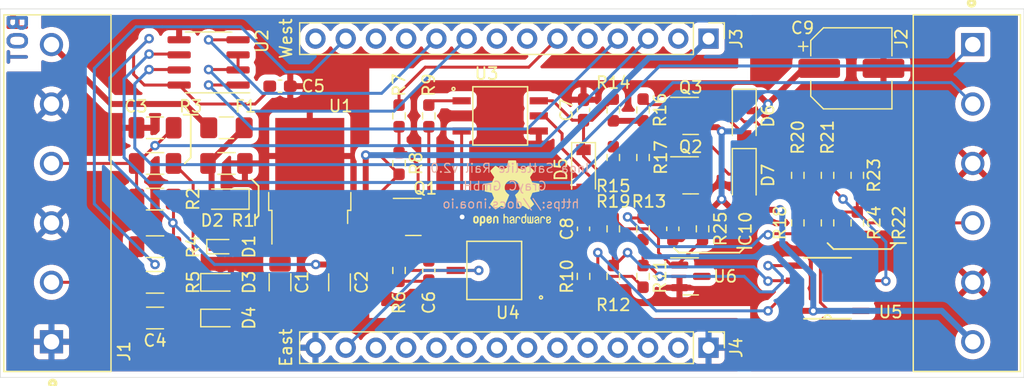
<source format=kicad_pcb>
(kicad_pcb (version 20211014) (generator pcbnew)
  (layers (0 "F.Cu" signal) (31 "B.Cu" signal) (34 "B.Paste" user) (35 "F.Paste" user) (36 "B.SilkS" user "B.Silkscreen") (37 "F.SilkS" user "F.Silkscreen") (38 "B.Mask" user) (39 "F.Mask" user) (44 "Edge.Cuts" user))
  (net 0 "")
  (net 1 "Net-(C1-Pad1)")
  (net 2 "GND")
  (net 3 "S0_0")
  (net 4 "S0_1")
  (net 5 "+3V3")
  (net 6 "Net-(D1-Pad1)")
  (net 7 "Net-(D3-Pad1)")
  (net 8 "Net-(D4-Pad1)")
  (net 9 "VCC")
  (net 12 "RS485_RX")
  (net 14 "MBus_RX")
  (net 17 "RS485_TXE")
  (net 18 "RS485_TX")
  (net 32 "MBus_TX")
  (net 33 "M-Bus-2")
  (net 34 "Net-(C7-Pad1)")
  (net 35 "Net-(D6-Pad2)")
  (net 36 "Net-(C8-Pad1)")
  (net 37 "VBUS+")
  (net 38 "RS485_B")
  (net 39 "RS485_A")
  (net 40 "M-Bus-1")
  (net 41 "Net-(Q1-Pad1)")
  (net 42 "Net-(Q1-Pad3)")
  (net 43 "Net-(Q2-Pad1)")
  (net 44 "Net-(Q2-Pad3)")
  (net 45 "Net-(R9-Pad2)")
  (net 46 "Net-(R10-Pad1)")
  (net 47 "Net-(R10-Pad2)")
  (net 48 "Net-(R11-Pad1)")
  (net 49 "Net-(R12-Pad1)")
  (net 50 "Net-(R13-Pad1)")
  (net 51 "Net-(Q3-Pad1)")
  (net 52 "Net-(R18-Pad1)")
  (net 53 "Net-(R20-Pad2)")
  (net 54 "Net-(D7-Pad2)")
  (footprint "Package_TO_SOT_SMD:SOT-23" (layer "F.Cu") (at 164 113.5)
    (fp_text reference "U6")
    (fp_text value "LM4040DIM3-5.0/NOPB")
  )
  (footprint "inoa:SOIC127P700X230-5N" (layer "F.Cu") (at 148 100)
    (fp_text reference "U3")
    (fp_text value "VOM452T")
  )
  (footprint "Diode_SMD:D_SOD-123" (layer "F.Cu") (at 168.5 105 -90)
    (fp_text reference "D7")
    (fp_text value "BZT52C2V7-7-F")
  )
  (footprint "Resistor_SMD:R_0603_1608Metric_Pad0.98x0.95mm_HandSolder" (layer "F.Cu") (at 178 109 -90)
    (fp_text reference "R24")
    (fp_text value "100k")
  )
  (footprint "Resistor_SMD:R_0603_1608Metric_Pad0.98x0.95mm_HandSolder" (layer "F.Cu") (at 165 109.5 90)
    (fp_text reference "R25")
    (fp_text value "20k")
  )
  (footprint "Capacitor_SMD:C_0603_1608Metric_Pad1.08x0.95mm_HandSolder" (layer "F.Cu") (at 129.5 97.5)
    (fp_text reference "C5")
    (fp_text value "100nF")
  )
  (footprint "Diode_SMD:D_0603_1608Metric_Pad1.05x0.95mm_HandSolder" (layer "F.Cu") (at 124.5 117)
    (fp_text reference "D4")
    (fp_text value "D_TVS")
  )
  (footprint "Capacitor_SMD:C_0603_1608Metric_Pad1.08x0.95mm_HandSolder" (layer "F.Cu") (at 155 109.5 -90)
    (fp_text reference "C8")
    (fp_text value "0u1")
  )
  (footprint "Symbol:OSHW-Logo2_7.3x6mm_SilkScreen" (layer "F.Cu") (at 149 106.5)
    (fp_text reference "G1" hide)
    (fp_text value "Logo_Open_Hardware_Small" hide)
  )
  (footprint "Capacitor_SMD:C_1206_3216Metric_Pad1.33x1.80mm_HandSolder" (layer "F.Cu") (at 129.5 114 -90)
    (fp_text reference "C1")
    (fp_text value "100nF")
  )
  (footprint "Resistor_SMD:R_1206_3216Metric_Pad1.30x1.75mm_HandSolder" (layer "F.Cu") (at 125 104)
    (fp_text reference "R1")
    (fp_text value "10k")
  )
  (footprint "Diode_SMD:D_SOD-323_HandSoldering" (layer "F.Cu") (at 125 107 180)
    (fp_text reference "D2")
    (fp_text value "1N5819")
  )
  (footprint "Resistor_SMD:R_0603_1608Metric_Pad0.98x0.95mm_HandSolder" (layer "F.Cu") (at 160 109.5 -90)
    (fp_text reference "R13")
    (fp_text value "1k")
  )
  (footprint "Resistor_SMD:R_1206_3216Metric_Pad1.30x1.75mm_HandSolder" (layer "F.Cu") (at 119 114 180)
    (fp_text reference "R5")
    (fp_text value "220R")
  )
  (footprint "Resistor_SMD:R_0603_1608Metric_Pad0.98x0.95mm_HandSolder" (layer "F.Cu") (at 157.5 113.5 -90)
    (fp_text reference "R12")
    (fp_text value "180k")
  )
  (footprint "Diode_SMD:D_SOD-523" (layer "F.Cu") (at 124.5 111)
    (fp_text reference "D1")
    (fp_text value "25V")
  )
  (footprint "Resistor_SMD:R_0603_1608Metric_Pad0.98x0.95mm_HandSolder" (layer "F.Cu") (at 157.5 99.5 -90)
    (fp_text reference "R14")
    (fp_text value "10k")
  )
  (footprint "Resistor_SMD:R_0603_1608Metric_Pad0.98x0.95mm_HandSolder" (layer "F.Cu") (at 139.5 100 -90)
    (fp_text reference "R7")
    (fp_text value "10k")
  )
  (footprint "Resistor_SMD:R_1206_3216Metric_Pad1.30x1.75mm_HandSolder" (layer "F.Cu") (at 119 104 180)
    (fp_text reference "R3")
    (fp_text value "220R")
  )
  (footprint "Package_SO:SOIC-8_3.9x4.9mm_P1.27mm" (layer "F.Cu") (at 123.5 95.5 180)
    (fp_text reference "U2")
    (fp_text value "MAX3486")
  )
  (footprint "Resistor_SMD:R_0603_1608Metric_Pad0.98x0.95mm_HandSolder" (layer "F.Cu") (at 157.5 109.5 90)
    (fp_text reference "R19")
    (fp_text value "1k")
  )
  (footprint "Resistor_SMD:R_0603_1608Metric_Pad0.98x0.95mm_HandSolder" (layer "F.Cu") (at 178 105 90)
    (fp_text reference "R23")
    (fp_text value "100R")
  )
  (footprint "Resistor_SMD:R_1206_3216Metric_Pad1.30x1.75mm_HandSolder" (layer "F.Cu") (at 119 107)
    (fp_text reference "R2")
    (fp_text value "10k")
  )
  (footprint "Connector_PinHeader_2.54mm:PinHeader_1x14_P2.54mm_Vertical" (layer "F.Cu") (at 165.5 119.5 -90)
    (fp_text reference "J4")
    (fp_text value "East")
  )
  (footprint "Package_TO_SOT_SMD:SOT-23" (layer "F.Cu") (at 164 100)
    (fp_text reference "Q3")
    (fp_text value "FDN5618P")
  )
  (footprint "Resistor_SMD:R_0603_1608Metric_Pad0.98x0.95mm_HandSolder" (layer "F.Cu") (at 160 99.5 -90)
    (fp_text reference "R16")
    (fp_text value "4k7")
  )
  (footprint "Capacitor_SMD:C_0603_1608Metric_Pad1.08x0.95mm_HandSolder" (layer "F.Cu") (at 162.5 109.5 90)
    (fp_text reference "C10")
    (fp_text value "0u1")
  )
  (footprint "Resistor_SMD:R_0603_1608Metric_Pad0.98x0.95mm_HandSolder" (layer "F.Cu") (at 139.5 113 -90)
    (fp_text reference "R6")
    (fp_text value "10k")
  )
  (footprint "Capacitor_SMD:C_0603_1608Metric_Pad1.08x0.95mm_HandSolder" (layer "F.Cu") (at 155 99.5 90)
    (fp_text reference "C7")
    (fp_text value "0u1")
  )
  (footprint "footprints:PHOENIX_1935200" (layer "F.Cu") (at 187.7 106.5 -90)
    (fp_text reference "J2")
    (fp_text value "South")
  )
  (footprint "Fuse:Fuse_1206_3216Metric_Pad1.42x1.75mm_HandSolder" (layer "F.Cu") (at 125 101 180)
    (fp_text reference "F1")
    (fp_text value "25V/1A")
  )
  (footprint "Resistor_SMD:R_0603_1608Metric_Pad0.98x0.95mm_HandSolder" (layer "F.Cu") (at 160 113.5 -90)
    (fp_text reference "R11")
    (fp_text value "180k")
  )
  (footprint "inoa:SOIC127P700X230-5N" (layer "F.Cu") (at 147.5 113 180)
    (fp_text reference "U4")
    (fp_text value "VOM452T")
  )
  (footprint "Resistor_SMD:R_0603_1608Metric_Pad0.98x0.95mm_HandSolder" (layer "F.Cu") (at 157.5 103.5 -90)
    (fp_text reference "R15")
    (fp_text value "100k")
  )
  (footprint "Package_TO_SOT_SMD:SOT-23" (layer "F.Cu") (at 140.7 108.5)
    (fp_text reference "Q1")
    (fp_text value "BC856B-13-F")
  )
  (footprint "Capacitor_SMD:C_0603_1608Metric_Pad1.08x0.95mm_HandSolder" (layer "F.Cu") (at 142 113 90)
    (fp_text reference "C6")
    (fp_text value "0u1")
  )
  (footprint "Connector_PinHeader_2.54mm:PinHeader_1x14_P2.54mm_Vertical" (layer "F.Cu") (at 165.5 93.5 -90)
    (fp_text reference "J3")
    (fp_text value "West")
  )
  (footprint "Resistor_SMD:R_0603_1608Metric_Pad0.98x0.95mm_HandSolder" (layer "F.Cu") (at 139.5 104 -90)
    (fp_text reference "R8")
    (fp_text value "100k")
  )
  (footprint "Diode_SMD:D_SOD-123" (layer "F.Cu") (at 155 104.5 -90)
    (fp_text reference "D5")
    (fp_text value "BZT52C12-7-F")
  )
  (footprint "footprints:PHOENIX_1935200" (layer "F.Cu") (at 110.3 106.5 90)
    (fp_text reference "J1")
    (fp_text value "North")
  )
  (footprint "Resistor_SMD:R_0603_1608Metric_Pad0.98x0.95mm_HandSolder" (layer "F.Cu") (at 160 103.5 90)
    (fp_text reference "R17")
    (fp_text value "10k")
  )
  (footprint "Capacitor_SMD:C_1206_3216Metric_Pad1.33x1.80mm_HandSolder" (layer "F.Cu") (at 134.5 114 -90)
    (fp_text reference "C2")
    (fp_text value "100nF")
  )
  (footprint "Resistor_SMD:R_0603_1608Metric_Pad0.98x0.95mm_HandSolder" (layer "F.Cu") (at 175.5 109 -90)
    (fp_text reference "R22")
    (fp_text value "20k")
  )
  (footprint "Package_TO_SOT_SMD:SOT-23" (layer "F.Cu") (at 164 105)
    (fp_text reference "Q2")
    (fp_text value "BC846B-7-F")
  )
  (footprint "Resistor_SMD:R_0603_1608Metric_Pad0.98x0.95mm_HandSolder" (layer "F.Cu") (at 155 113.5 -90)
    (fp_text reference "R10")
    (fp_text value "10k")
  )
  (footprint "Diode_SMD:D_SOD-123" (layer "F.Cu") (at 168.5 100 -90)
    (fp_text reference "D6")
    (fp_text value "BZT52C12-7-F")
  )
  (footprint "Package_TO_SOT_SMD:TO-252-3_TabPin2" (layer "F.Cu") (at 132 105.475 90)
    (fp_text reference "U1")
    (fp_text value "BA033CC0FP-E2")
  )
  (footprint "Resistor_SMD:R_0603_1608Metric_Pad0.98x0.95mm_HandSolder" (layer "F.Cu") (at 175.5 105 -90)
    (fp_text reference "R21")
    (fp_text value "20k")
  )
  (footprint "Capacitor_SMD:C_1206_3216Metric_Pad1.33x1.80mm_HandSolder" (layer "F.Cu") (at 119 101 180)
    (fp_text reference "C3")
    (fp_text value "100nF")
  )
  (footprint "inoa:SOIC127P600X175-8N" (layer "F.Cu") (at 175.5 114.5 180)
    (fp_text reference "U5")
    (fp_text value "MC33072ADR2G")
  )
  (footprint "Capacitor_SMD:CP_Elec_6.3x7.7" (layer "F.Cu") (at 177.5 96)
    (fp_text reference "C9")
    (fp_text value "47uF")
  )
  (footprint "Resistor_SMD:R_0603_1608Metric_Pad0.98x0.95mm_HandSolder" (layer "F.Cu") (at 173 105 -90)
    (fp_text reference "R20")
    (fp_text value "100k")
  )
  (footprint "Resistor_SMD:R_0603_1608Metric_Pad0.98x0.95mm_HandSolder" (layer "F.Cu") (at 142 100 90)
    (fp_text reference "R9")
    (fp_text value "1k")
  )
  (footprint "Capacitor_SMD:C_1206_3216Metric_Pad1.33x1.80mm_HandSolder" (layer "F.Cu") (at 119 117)
    (fp_text reference "C4")
    (fp_text value "100nF")
  )
  (footprint "Resistor_SMD:R_1206_3216Metric_Pad1.30x1.75mm_HandSolder" (layer "F.Cu") (at 119 111)
    (fp_text reference "R4")
    (fp_text value "10k")
  )
  (footprint "Resistor_SMD:R_0603_1608Metric_Pad0.98x0.95mm_HandSolder" (layer "F.Cu") (at 173 109 -90)
    (fp_text reference "R18")
    (fp_text value "100k")
  )
  (footprint "Diode_SMD:D_0603_1608Metric_Pad1.05x0.95mm_HandSolder" (layer "F.Cu") (at 124.5 114)
    (fp_text reference "D3")
    (fp_text value "D_TVS")
  )
  (footprint "images:grayc-logo-negative" (layer "B.Cu") (at 123 118 180)
    (fp_text reference "G2" hide)
    (fp_text value "LOGO" hide)
  )
  (gr_line (start 127.7 106.5) (end 127.7 105.9) (layer "F.SilkS") (width 0.15))
  (gr_line (start 180.8 111.2) (end 181.3 110.7) (layer "F.SilkS") (width 0.15))
  (gr_line (start 180.8 110.7) (end 182.1 110.7) (layer "F.SilkS") (width 0.15))
  (gr_line (start 168.1 111.5) (end 168.5 111.1) (layer "F.SilkS") (width 0.15))
  (gr_line (start 121.5 104) (end 122 103.5) (layer "F.SilkS") (width 0.15))
  (gr_line (start 181.3 110.7) (end 180.8 110.7) (layer "F.SilkS") (width 0.15))
  (gr_line (start 163 111.5) (end 168.1 111.5) (layer "F.SilkS") (width 0.15))
  (gr_line (start 121.4 99.9) (end 122.6 99.9) (layer "F.SilkS") (width 0.15))
  (gr_line (start 162.6 111.1) (end 163 111.5) (layer "F.SilkS") (width 0.15))
  (gr_line (start 127.7 105.9) (end 127.1 105.3) (layer "F.SilkS") (width 0.15))
  (gr_line (start 176 111.2) (end 180.8 111.2) (layer "F.SilkS") (width 0.15))
  (gr_line (start 168.5 111.1) (end 167.9 111.1) (layer "F.SilkS") (width 0.15))
  (gr_line (start 168.5 111.1) (end 169.1 111.1) (layer "F.SilkS") (width 0.15))
  (gr_line (start 122 103.5) (end 122 99.9) (layer "F.SilkS") (width 0.15))
  (gr_line (start 127.4 109.2) (end 127.4 108.3) (layer "F.SilkS") (width 0.15))
  (gr_line (start 127.7 108.4) (end 127.7 106.5) (layer "F.SilkS") (width 0.15))
  (gr_line (start 175.5 110.7) (end 176 111.2) (layer "F.SilkS") (width 0.15))
  (gr_line (start 127.7 108.4) (end 127.5 108.6) (layer "F.SilkS") (width 0.15))
  (gr_line (start 106 91) (end 192 91) (layer "Edge.Cuts") (width 0.05))
  (gr_line (start 192 122) (end 106 122) (layer "Edge.Cuts") (width 0.05))
  (gr_line (start 192 91) (end 192 122) (layer "Edge.Cuts") (width 0.05))
  (gr_line (start 106 122) (end 106 91) (layer "Edge.Cuts") (width 0.05))
  (gr_text "TOP" (at 107.5 93.5 90) (layer "F.Cu") (effects (font (size 1.5 1.5) (thickness 0.3))))
  (gr_text "SR-MM-010" (at 176 119.5) (layer "F.Cu") (effects (font (size 1 1))))
  (gr_text "BOT" (at 107.5 93.5 90) (layer "B.Cu") (effects (font (size 1.5 1.5) (thickness 0.3)) (justify mirror)))
  (gr_text "https://docs.inoa.io" (at 148.9 107.4) (layer "B.SilkS") (effects (font (size 0.75 0.75) (thickness 0.1)) (justify mirror)))
  (gr_text "Inoa Sattelite Rail v2.0" (at 148.8 104.4) (layer "B.SilkS") (effects (font (size 0.75 0.75) (thickness 0.1)) (justify mirror)))
  (gr_text "GrayC GmbH" (at 148.4 105.9) (layer "B.SilkS") (effects (font (size 0.75 0.75) (thickness 0.1)) (justify mirror)))
  (gr_text "West" (at 130 93.5 90) (layer "F.SilkS") (effects (font (size 1 1))))
  (gr_text "East" (at 130 119.5 90) (layer "F.SilkS") (effects (font (size 1 1))))
  (segment (start 129.72 109.675) (end 128.925 109.675) (width 0.5) (layer "F.Cu") (net 1))
  (segment (start 128.925 109.675) (end 126.25 107) (width 0.5) (layer "F.Cu") (net 1))
  (segment (start 129.72 109.675) (end 129.72 112.2175) (width 0.5) (layer "F.Cu") (net 1))
  (segment (start 129.72 112.2175) (end 129.5 112.4375) (width 0.5) (layer "F.Cu") (net 1))
  (segment (start 117.45 101.0125) (end 117.4375 101) (width 0.25) (layer "F.Cu") (net 2))
  (segment (start 144.76 101.27) (end 144.76 108.46) (width 0.25) (layer "F.Cu") (net 2))
  (segment (start 144.76 108.46) (end 144.8 108.5) (width 0.25) (layer "F.Cu") (net 2))
  (via (at 144.8 108.5) (size 0.8) (drill 0.4) (layers "F.Cu" "B.Cu") (net 2))
  (segment (start 110.3 104) (end 117.45 104) (width 0.25) (layer "F.Cu") (net 3))
  (segment (start 119.0625 102.5) (end 120.5625 101) (width 0.25) (layer "F.Cu") (net 3))
  (segment (start 117.5 104) (end 119 102.5) (width 0.25) (layer "F.Cu") (net 3))
  (segment (start 117.45 104) (end 117.5 104) (width 0.25) (layer "F.Cu") (net 3))
  (segment (start 117.45 104) (end 117.45 107) (width 0.25) (layer "F.Cu") (net 3))
  (via (at 119 102.5) (size 0.8) (drill 0.4) (layers "F.Cu" "B.Cu") (net 3))
  (segment (start 160.42 93.5) (end 151.42 102.5) (width 0.25) (layer "B.Cu") (net 3))
  (segment (start 151.42 102.5) (end 119 102.5) (width 0.25) (layer "B.Cu") (net 3))
  (segment (start 117.45 116.9875) (end 117.4375 117) (width 0.25) (layer "F.Cu") (net 4))
  (segment (start 117.45 114) (end 117.45 111) (width 0.25) (layer "F.Cu") (net 4))
  (segment (start 117.5 111) (end 119 112.5) (width 0.25) (layer "F.Cu") (net 4))
  (segment (start 117.45 111) (end 117.5 111) (width 0.25) (layer "F.Cu") (net 4))
  (segment (start 117.45 114) (end 117.45 116.9875) (width 0.25) (layer "F.Cu") (net 4))
  (segment (start 110.3 114) (end 117.45 114) (width 0.25) (layer "F.Cu") (net 4))
  (via (at 119 112.5) (size 0.8) (drill 0.4) (layers "F.Cu" "B.Cu") (net 4))
  (segment (start 132.22 96.3) (end 130 96.3) (width 0.25) (layer "B.Cu") (net 4))
  (segment (start 113.9 107.4) (end 119 112.5) (width 0.25) (layer "B.Cu") (net 4))
  (segment (start 114.5 95.4) (end 113.9 96) (width 0.25) (layer "B.Cu") (net 4))
  (segment (start 119.6 92.5) (end 117.4 92.5) (width 0.25) (layer "B.Cu") (net 4))
  (segment (start 135.02 93.5) (end 132.22 96.3) (width 0.25) (layer "B.Cu") (net 4))
  (segment (start 113.9 105.9) (end 113.9 107.4) (width 0.25) (layer "B.Cu") (net 4))
  (segment (start 130 96.3) (end 126.2 92.5) (width 0.25) (layer "B.Cu") (net 4))
  (segment (start 117.4 92.5) (end 114.5 95.4) (width 0.25) (layer "B.Cu") (net 4))
  (segment (start 113.9 96) (end 113.9 105.9) (width 0.25) (layer "B.Cu") (net 4))
  (segment (start 126.2 92.5) (end 119.6 92.5) (width 0.25) (layer "B.Cu") (net 4))
  (segment (start 138.1 112.5125) (end 139.5 113.9125) (width 0.25) (layer "F.Cu") (net 5))
  (segment (start 139.5 113.9125) (end 141.95 113.9125) (width 0.25) (layer "F.Cu") (net 5))
  (segment (start 134.28 109.675) (end 134.28 112.2175) (width 0.5) (layer "F.Cu") (net 5))
  (segment (start 138.1 109.4) (end 138.1 110.4) (width 0.25) (layer "F.Cu") (net 5))
  (segment (start 139.7125 109.4) (end 139.7625 109.45) (width 0.25) (layer "F.Cu") (net 5))
  (segment (start 138.1 110.4) (end 138.1 112.5125) (width 0.25) (layer "F.Cu") (net 5))
  (segment (start 136.7 103.3) (end 137.8875 103.3) (width 0.25) (layer "F.Cu") (net 5))
  (segment (start 120.55 108.95) (end 120.55 111) (width 0.25) (layer "F.Cu") (net 5))
  (segment (start 122.62 99) (end 121.025 97.405) (width 0.25) (layer "F.Cu") (net 5))
  (segment (start 127.4 99) (end 122.62 99) (width 0.25) (layer "F.Cu") (net 5))
  (segment (start 134.4375 112.5) (end 134.5 112.4375) (width 0.5) (layer "F.Cu") (net 5))
  (segment (start 138.1 106.3) (end 138.1 109.4) (width 0.25) (layer "F.Cu") (net 5))
  (segment (start 118.105 97.405) (end 117.2 96.5) (width 0.25) (layer "F.Cu") (net 5))
  (segment (start 120.55 107) (end 120.55 108.95) (width 0.25) (layer "F.Cu") (net 5))
  (segment (start 134.905 112.3425) (end 135 112.4375) (width 0.25) (layer "F.Cu") (net 5))
  (segment (start 136.7 103.3) (end 136.7 107.255) (width 0.5) (layer "F.Cu") (net 5))
  (segment (start 141.95 113.9125) (end 142 113.8625) (width 0.25) (layer "F.Cu") (net 5))
  (segment (start 142.4075 114.27) (end 142 113.8625) (width 0.25) (layer "F.Cu") (net 5))
  (segment (start 134.9375 112.5) (end 135 112.4375) (width 0.5) (layer "F.Cu") (net 5))
  (segment (start 127.4 99) (end 128.6375 97.7625) (width 0.25) (layer "F.Cu") (net 5))
  (segment (start 121.025 97.405) (end 118.105 97.405) (width 0.25) (layer "F.Cu") (net 5))
  (segment (start 138.70048 105.71202) (end 138.68798 105.71202) (width 0.25) (layer "F.Cu") (net 5))
  (segment (start 139.5 104.9125) (end 138.70048 105.71202) (width 0.25) (layer "F.Cu") (net 5))
  (segment (start 117.2 94.8) (end 118.5 93.5) (width 0.25) (layer "F.Cu") (net 5))
  (segment (start 138.68798 105.71202) (end 138.1 106.3) (width 0.25) (layer "F.Cu") (net 5))
  (segment (start 136.7 107.255) (end 134.28 109.675) (width 0.5) (layer "F.Cu") (net 5))
  (segment (start 134.28 112.2175) (end 134.5 112.4375) (width 0.5) (layer "F.Cu") (net 5))
  (segment (start 117.2 96.5) (end 117.2 94.8) (width 0.25) (layer "F.Cu") (net 5))
  (segment (start 137.8875 103.3) (end 139.5 104.9125) (width 0.25) (layer "F.Cu") (net 5))
  (segment (start 138.1 109.4) (end 139.7125 109.4) (width 0.25) (layer "F.Cu") (net 5))
  (segment (start 128.6375 97.7625) (end 128.6375 97.5) (width 0.25) (layer "F.Cu") (net 5))
  (segment (start 132.5 112.5) (end 134.4375 112.5) (width 0.5) (layer "F.Cu") (net 5))
  (segment (start 144.26 114.27) (end 142.4075 114.27) (width 0.25) (layer "F.Cu") (net 5))
  (via (at 132.5 112.5) (size 0.8) (drill 0.4) (layers "F.Cu" "B.Cu") (net 5))
  (via (at 120.5 109) (size 0.8) (drill 0.4) (layers "F.Cu" "B.Cu") (net 5))
  (via (at 136.7 103.3) (size 0.8) (drill 0.4) (layers "F.Cu" "B.Cu") (net 5))
  (via (at 118.5 93.5) (size 0.8) (drill 0.4) (layers "F.Cu" "B.Cu") (net 5))
  (segment (start 160.5 95.1) (end 152.3 103.3) (width 0.5) (layer "B.Cu") (net 5))
  (segment (start 124 112.5) (end 132.5 112.5) (width 0.25) (layer "B.Cu") (net 5))
  (segment (start 163.9 95.1) (end 160.5 95.1) (width 0.5) (layer "B.Cu") (net 5))
  (segment (start 120.5 109) (end 124 112.5) (width 0.25) (layer "B.Cu") (net 5))
  (segment (start 165.5 93.5) (end 163.9 95.1) (width 0.5) (layer "B.Cu") (net 5))
  (segment (start 152.3 103.3) (end 136.7 103.3) (width 0.5) (layer "B.Cu") (net 5))
  (segment (start 118.5 93.5) (end 115.2 96.8) (width 0.25) (layer "B.Cu") (net 5))
  (segment (start 115.2 103.7) (end 120.5 109) (width 0.25) (layer "B.Cu") (net 5))
  (segment (start 115.2 96.8) (end 115.2 103.7) (width 0.25) (layer "B.Cu") (net 5))
  (segment (start 123.45 104) (end 123.4875 104) (width 0.5) (layer "F.Cu") (net 6))
  (segment (start 123.75 104.3) (end 123.45 104) (width 0.5) (layer "F.Cu") (net 6))
  (segment (start 123.75 107) (end 123.75 104.3) (width 0.5) (layer "F.Cu") (net 6))
  (segment (start 123.8 107.05) (end 123.75 107) (width 0.5) (layer "F.Cu") (net 6))
  (segment (start 123.4875 104) (end 126.4875 101) (width 0.5) (layer "F.Cu") (net 6))
  (segment (start 123.8 111) (end 123.8 107.05) (width 0.5) (layer "F.Cu") (net 6))
  (segment (start 120.55 104) (end 122.2 105.65) (width 0.25) (layer "F.Cu") (net 7))
  (segment (start 122.2 112.575) (end 123.625 114) (width 0.25) (layer "F.Cu") (net 7))
  (segment (start 122.2 105.65) (end 122.2 112.575) (width 0.25) (layer "F.Cu") (net 7))
  (segment (start 120.55 114) (end 120.625 114) (width 0.25) (layer "F.Cu") (net 8))
  (segment (start 120.625 114) (end 123.625 117) (width 0.25) (layer "F.Cu") (net 8))
  (segment (start 110.3 94) (end 115.3 99) (width 0.5) (layer "F.Cu") (net 9))
  (segment (start 115.3 99) (end 121.5125 99) (width 0.5) (layer "F.Cu") (net 9))
  (segment (start 121.5125 99) (end 123.5125 101) (width 0.5) (layer "F.Cu") (net 9))
  (segment (start 123.5 97.4) (end 125.97 97.4) (width 0.25) (layer "F.Cu") (net 12))
  (segment (start 125.97 97.4) (end 125.975 97.405) (width 0.25) (layer "F.Cu") (net 12))
  (via (at 123.5 97.4) (size 0.8) (drill 0.4) (layers "F.Cu" "B.Cu") (net 12))
  (segment (start 150.28 101.1) (end 157.88 93.5) (width 0.25) (layer "B.Cu") (net 12))
  (segment (start 123.5 97.4) (end 127.2 101.1) (width 0.25) (layer "B.Cu") (net 12))
  (segment (start 127.2 101.1) (end 150.28 101.1) (width 0.25) (layer "B.Cu") (net 12))
  (segment (start 139.5 99.0875) (end 139.5 98.1) (width 0.25) (layer "F.Cu") (net 14))
  (segment (start 141.7 95.9) (end 150.4 95.9) (width 0.25) (layer "F.Cu") (net 14))
  (segment (start 139.5 98.1) (end 141.7 95.9) (width 0.25) (layer "F.Cu") (net 14))
  (segment (start 150.4 95.9) (end 152.8 93.5) (width 0.25) (layer "F.Cu") (net 14))
  (segment (start 125.975 94.865) (end 125.975 96.135) (width 0.25) (layer "F.Cu") (net 17))
  (segment (start 125.94 96.1) (end 125.975 96.135) (width 0.25) (layer "F.Cu") (net 17))
  (segment (start 123.5 96.1) (end 125.94 96.1) (width 0.25) (layer "F.Cu") (net 17))
  (via (at 123.5 96.1) (size 0.8) (drill 0.4) (layers "F.Cu" "B.Cu") (net 17))
  (segment (start 127 99.6) (end 139.08 99.6) (width 0.25) (layer "B.Cu") (net 17))
  (segment (start 145.18 93.5) (end 139.08 99.6) (width 0.25) (layer "B.Cu") (net 17))
  (segment (start 123.5 96.1) (end 127 99.6) (width 0.25) (layer "B.Cu") (net 17))
  (segment (start 125.97 93.6) (end 125.975 93.595) (width 0.25) (layer "F.Cu") (net 18))
  (segment (start 123.5 93.6) (end 125.97 93.6) (width 0.25) (layer "F.Cu") (net 18))
  (via (at 123.5 93.6) (size 0.8) (drill 0.4) (layers "F.Cu" "B.Cu") (net 18))
  (segment (start 123.5 93.6) (end 128 98.1) (width 0.25) (layer "B.Cu") (net 18))
  (segment (start 138.04 98.1) (end 128.5 98.1) (width 0.25) (layer "B.Cu") (net 18))
  (segment (start 128 98.1) (end 128.5 98.1) (width 0.25) (layer "B.Cu") (net 18))
  (segment (start 142.64 93.5) (end 138.04 98.1) (width 0.25) (layer "B.Cu") (net 18))
  (segment (start 140.4125 113) (end 144.26 113) (width 0.25) (layer "F.Cu") (net 32))
  (segment (start 139.5 112.0875) (end 140.4125 113) (width 0.25) (layer "F.Cu") (net 32))
  (segment (start 144.26 113) (end 146.2 113) (width 0.25) (layer "F.Cu") (net 32))
  (via (at 146.2 113) (size 0.8) (drill 0.4) (layers "F.Cu" "B.Cu") (net 32))
  (segment (start 141.52 113) (end 146.2 113) (width 0.25) (layer "B.Cu") (net 32))
  (segment (start 135.02 119.5) (end 141.52 113) (width 0.25) (layer "B.Cu") (net 32))
  (segment (start 150.7825 111.73) (end 151.36 111.73) (width 0.25) (layer "F.Cu") (net 33))
  (segment (start 154.0625 100.3625) (end 152.43 98.73) (width 0.25) (layer "F.Cu") (net 34))
  (segment (start 155 102.85) (end 155 103.4) (width 0.25) (layer "F.Cu") (net 34))
  (segment (start 155.725 100.3625) (end 157.5 98.5875) (width 0.25) (layer "F.Cu") (net 34))
  (segment (start 152.43 98.73) (end 151.24 98.73) (width 0.25) (layer "F.Cu") (net 34))
  (segment (start 157.4125 104.5) (end 157.5 104.4125) (width 0.25) (layer "F.Cu") (net 34))
  (segment (start 155 100.3625) (end 154.0625 100.3625) (width 0.25) (layer "F.Cu") (net 34))
  (segment (start 155 100.3625) (end 155.725 100.3625) (width 0.25) (layer "F.Cu") (net 34))
  (segment (start 155 103.4) (end 156.1 104.5) (width 0.25) (layer "F.Cu") (net 34))
  (segment (start 155 100.3625) (end 155 102.85) (width 0.25) (layer "F.Cu") (net 34))
  (segment (start 156.1 104.5) (end 157.4125 104.5) (width 0.25) (layer "F.Cu") (net 34))
  (segment (start 168.5 101.6) (end 168.5 101.65) (width 0.25) (layer "F.Cu") (net 35))
  (segment (start 168.5 101.65) (end 168.5 103.35) (width 0.25) (layer "F.Cu") (net 35))
  (segment (start 164.9375 100) (end 166.9 100) (width 0.25) (layer "F.Cu") (net 35))
  (segment (start 166.9 100) (end 168.5 101.6) (width 0.25) (layer "F.Cu") (net 35))
  (segment (start 161.3 110.2) (end 161.3 111.5) (width 0.25) (layer "F.Cu") (net 36))
  (segment (start 162.35 112.55) (end 163.0625 112.55) (width 0.25) (layer "F.Cu") (net 36))
  (segment (start 163.0625 112.55) (end 163.0625 112.35) (width 0.25) (layer "F.Cu") (net 36))
  (segment (start 155 108.6375) (end 157.45 108.6375) (width 0.25) (layer "F.Cu") (net 36))
  (segment (start 160.6 109.5) (end 161.3 110.2) (width 0.25) (layer "F.Cu") (net 36))
  (segment (start 161.3 111.5) (end 162.35 112.55) (width 0.25) (layer "F.Cu") (net 36))
  (segment (start 163.0625 112.35) (end 165 110.4125) (width 0.25) (layer "F.Cu") (net 36))
  (segment (start 157.5 108.5875) (end 158.4125 109.5) (width 0.25) (layer "F.Cu") (net 36))
  (segment (start 157.45 108.6375) (end 157.5 108.5875) (width 0.25) (layer "F.Cu") (net 36))
  (segment (start 158.4125 109.5) (end 160.6 109.5) (width 0.25) (layer "F.Cu") (net 36))
  (segment (start 171.5 107.9) (end 167.5 107.9) (width 0.5) (layer "F.Cu") (net 37))
  (segment (start 174.3 116.4) (end 172.711 116.4) (width 0.5) (layer "F.Cu") (net 37))
  (segment (start 163.225 110.3625) (end 165 108.5875) (width 0.5) (layer "F.Cu") (net 37))
  (segment (start 168.5 98.35) (end 169.85 98.35) (width 0.5) (layer "F.Cu") (net 37))
  (segment (start 160.5375 100.95) (end 160 100.4125) (width 0.5) (layer "F.Cu") (net 37))
  (segment (start 162.5 110.3625) (end 163.225 110.3625) (width 0.5) (layer "F.Cu") (net 37))
  (segment (start 169.85 98.35) (end 170.5 99) (width 0.5) (layer "F.Cu") (net 37))
  (segment (start 166.25 100.95) (end 166.6 101.3) (width 0.5) (layer "F.Cu") (net 37))
  (segment (start 170.5 99) (end 173.5 96) (width 0.5) (layer "F.Cu") (net 37))
  (segment (start 173.5 96) (end 174.8 96) (width 0.5) (layer "F.Cu") (net 37))
  (segment (start 163.0625 100.95) (end 166.25 100.95) (width 0.5) (layer "F.Cu") (net 37))
  (segment (start 163.0625 100.95) (end 160.5375 100.95) (width 0.5) (layer "F.Cu") (net 37))
  (segment (start 167.5 107.9) (end 166.6 107) (width 0.5) (layer "F.Cu") (net 37))
  (segment (start 172.711 116.4) (end 172.706 116.405) (width 0.25) (layer "F.Cu") (net 37))
  (segment (start 157.5 100.4125) (end 160 100.4125) (width 0.5) (layer "F.Cu") (net 37))
  (segment (start 165.0125 108.5875) (end 166.6 107) (width 0.5) (layer "F.Cu") (net 37))
  (segment (start 165 108.5875) (end 165.0125 108.5875) (width 0.25) (layer "F.Cu") (net 37))
  (via (at 166.6 107) (size 0.8) (drill 0.4) (layers "F.Cu" "B.Cu") (net 37))
  (via (at 174.3 116.4) (size 0.8) (drill 0.4) (layers "F.Cu" "B.Cu") (net 37))
  (via (at 170.5 99) (size 0.8) (drill 0.4) (layers "F.Cu" "B.Cu") (net 37))
  (via (at 171.5 107.9) (size 0.8) (drill 0.4) (layers "F.Cu" "B.Cu") (net 37))
  (via (at 166.6 101.3) (size 0.8) (drill 0.4) (layers "F.Cu" "B.Cu") (net 37))
  (segment (start 171.7 108.1) (end 171.5 107.9) (width 0.5) (layer "B.Cu") (net 37))
  (segment (start 174.3 113.4) (end 171.7 110.8) (width 0.5) (layer "B.Cu") (net 37))
  (segment (start 171.7 110.8) (end 171.7 108.1) (width 0.5) (layer "B.Cu") (net 37))
  (segment (start 168.2 101.3) (end 170.5 99) (width 0.5) (layer "B.Cu") (net 37))
  (segment (start 174.3 116.4) (end 185.1 116.4) (width 0.5) (layer "B.Cu") (net 37))
  (segment (start 174.3 116.4) (end 174.3 113.4) (width 0.5) (layer "B.Cu") (net 37))
  (segment (start 166.6 101.3) (end 168.2 101.3) (width 0.5) (layer "B.Cu") (net 37))
  (segment (start 166.6 101.3) (end 166.6 107) (width 0.5) (layer "B.Cu") (net 37))
  (segment (start 185.1 116.4) (end 187.7 119) (width 0.5) (layer "B.Cu") (net 37))
  (segment (start 120.99 96.1) (end 121.025 96.135) (width 0.25) (layer "F.Cu") (net 38))
  (segment (start 118.5 96.1) (end 120.99 96.1) (width 0.25) (layer "F.Cu") (net 38))
  (via (at 118.5 96.1) (size 0.8) (drill 0.4) (layers "F.Cu" "B.Cu") (net 38))
  (segment (start 153.1 104.1) (end 161.4 95.8) (width 0.25) (layer "B.Cu") (net 38))
  (segment (start 118.5 96.1) (end 117.3 97.3) (width 0.25) (layer "B.Cu") (net 38))
  (segment (start 117.3 97.3) (end 117.3 102.7) (width 0.25) (layer "B.Cu") (net 38))
  (segment (start 118.7 104.1) (end 153.1 104.1) (width 0.25) (layer "B.Cu") (net 38))
  (segment (start 117.3 102.7) (end 118.7 104.1) (width 0.25) (layer "B.Cu") (net 38))
  (segment (start 185.9 95.8) (end 187.7 94) (width 0.25) (layer "B.Cu") (net 38))
  (segment (start 161.4 95.8) (end 185.9 95.8) (width 0.25) (layer "B.Cu") (net 38))
  (segment (start 118.5 94.8) (end 120.96 94.8) (width 0.25) (layer "F.Cu") (net 39))
  (segment (start 120.96 94.8) (end 121.025 94.865) (width 0.25) (layer "F.Cu") (net 39))
  (via (at 118.5 94.8) (size 0.8) (drill 0.4) (layers "F.Cu" "B.Cu") (net 39))
  (segment (start 116.4 96.9) (end 116.4 103.5) (width 0.25) (layer "B.Cu") (net 39))
  (segment (start 116.4 103.5) (end 118.5 105.6) (width 0.25) (layer "B.Cu") (net 39))
  (segment (start 118.5 105.6) (end 154.1 105.6) (width 0.25) (layer "B.Cu") (net 39))
  (segment (start 118.5 94.8) (end 116.4 96.9) (width 0.25) (layer "B.Cu") (net 39))
  (segment (start 185.9 97.2) (end 187.7 99) (width 0.25) (layer "B.Cu") (net 39))
  (segment (start 154.1 105.6) (end 162.5 97.2) (width 0.25) (layer "B.Cu") (net 39))
  (segment (start 162.5 97.2) (end 185.9 97.2) (width 0.25) (layer "B.Cu") (net 39))
  (segment (start 175.5 108.0875) (end 178 108.0875) (width 0.25) (layer "F.Cu") (net 40))
  (segment (start 178.9125 109) (end 187.7 109) (width 0.25) (layer "F.Cu") (net 40))
  (segment (start 178 105.9125) (end 178 108.0875) (width 0.25) (layer "F.Cu") (net 40))
  (segment (start 178 108.0875) (end 178.9125 109) (width 0.25) (layer "F.Cu") (net 40))
  (segment (start 139.7625 107.55) (end 141.1 106.2125) (width 0.25) (layer "F.Cu") (net 41))
  (segment (start 140.0875 103.0875) (end 139.5 103.0875) (width 0.25) (layer "F.Cu") (net 41))
  (segment (start 141.1 106.2125) (end 141.1 104.1) (width 0.25) (layer "F.Cu") (net 41))
  (segment (start 139.5 100.9125) (end 139.5 103.0875) (width 0.25) (layer "F.Cu") (net 41))
  (segment (start 141.1 104.1) (end 140.0875 103.0875) (width 0.25) (layer "F.Cu") (net 41))
  (segment (start 142 100.9125) (end 142 108.1375) (width 0.25) (layer "F.Cu") (net 42))
  (segment (start 142 108.1375) (end 141.6375 108.5) (width 0.25) (layer "F.Cu") (net 42))
  (segment (start 157.5 102.5875) (end 158.4125 103.5) (width 0.25) (layer "F.Cu") (net 43))
  (segment (start 155.750978 105.3) (end 153.2 102.749022) (width 0.25) (layer "F.Cu") (net 43))
  (segment (start 158.8 103.5) (end 162.5125 103.5) (width 0.25) (layer "F.Cu") (net 43))
  (segment (start 158.4125 103.5) (end 158.8 103.5) (width 0.25) (layer "F.Cu") (net 43))
  (segment (start 162.5125 103.5) (end 163.0625 104.05) (width 0.25) (layer "F.Cu") (net 43))
  (segment (start 153.2 101.495) (end 151.705 100) (width 0.25) (layer "F.Cu") (net 43))
  (segment (start 158.4 105.3) (end 155.750978 105.3) (width 0.25) (layer "F.Cu") (net 43))
  (segment (start 153.2 102.749022) (end 153.2 101.495) (width 0.25) (layer "F.Cu") (net 43))
  (segment (start 158.8 104.9) (end 158.4 105.3) (width 0.25) (layer "F.Cu") (net 43))
  (segment (start 158.8 103.5) (end 158.8 104.9) (width 0.25) (layer "F.Cu") (net 43))
  (segment (start 151.705 100) (end 151.24 100) (width 0.25) (layer "F.Cu") (net 43))
  (segment (start 164.9375 105) (end 160.5875 105) (width 0.25) (layer "F.Cu") (net 44))
  (segment (start 160.5875 105) (end 160 104.4125) (width 0.25) (layer "F.Cu") (net 44))
  (segment (start 142.3575 98.73) (end 142 99.0875) (width 0.25) (layer "F.Cu") (net 45))
  (segment (start 144.76 98.73) (end 142.3575 98.73) (width 0.25) (layer "F.Cu") (net 45))
  (segment (start 153.3175 114.27) (end 155 112.5875) (width 0.25) (layer "F.Cu") (net 46))
  (segment (start 150.74 114.27) (end 153.3175 114.27) (width 0.25) (layer "F.Cu") (net 46))
  (segment (start 170.5 116.4) (end 171.765 115.135) (width 0.25) (layer "F.Cu") (net 47))
  (segment (start 156.2 111.5) (end 156.2 113.5) (width 0.25) (layer "F.Cu") (net 47))
  (segment (start 156.2 113.5) (end 159.0875 113.5) (width 0.25) (layer "F.Cu") (net 47))
  (segment (start 155 114.4125) (end 155.9125 113.5) (width 0.25) (layer "F.Cu") (net 47))
  (segment (start 171.765 115.135) (end 172.706 115.135) (width 0.25) (layer "F.Cu") (net 47))
  (segment (start 159.0875 113.5) (end 160 114.4125) (width 0.25) (layer "F.Cu") (net 47))
  (segment (start 155.9125 113.5) (end 156.2 113.5) (width 0.25) (layer "F.Cu") (net 47))
  (via (at 156.2 111.5) (size 0.8) (drill 0.4) (layers "F.Cu" "B.Cu") (net 47))
  (via (at 170.5 116.4) (size 0.8) (drill 0.4) (layers "F.Cu" "B.Cu") (net 47))
  (segment (start 156.2 111.5) (end 161.1 116.4) (width 0.25) (layer "B.Cu") (net 47))
  (segment (start 161.1 116.4) (end 170.5 116.4) (width 0.25) (layer "B.Cu") (net 47))
  (segment (start 160 112.5875) (end 160.4875 112.5875) (width 0.25) (layer "F.Cu") (net 48))
  (segment (start 172.706 112.595) (end 170.505 112.595) (width 0.25) (layer "F.Cu") (net 48))
  (segment (start 160.4875 112.5875) (end 161.4 113.5) (width 0.25) (layer "F.Cu") (net 48))
  (segment (start 160 110.4125) (end 160 112.5875) (width 0.25) (layer "F.Cu") (net 48))
  (segment (start 170.505 112.595) (end 170.5 112.6) (width 0.25) (layer "F.Cu") (net 48))
  (via (at 170.5 112.6) (size 0.8) (drill 0.4) (layers "F.Cu" "B.Cu") (net 48))
  (via (at 161.4 113.5) (size 0.8) (drill 0.4) (layers "F.Cu" "B.Cu") (net 48))
  (segment (start 169.8 114.8) (end 170.9 114.8) (width 0.25) (layer "B.Cu") (net 48))
  (segment (start 171.7 114) (end 171.7 113.5) (width 0.25) (layer "B.Cu") (net 48))
  (segment (start 170.8 112.6) (end 170.5 112.6) (width 0.25) (layer "B.Cu") (net 48))
  (segment (start 170.9 114.8) (end 171.7 114) (width 0.25) (layer "B.Cu") (net 48))
  (segment (start 168.5 113.5) (end 169.8 114.8) (width 0.25) (layer "B.Cu") (net 48))
  (segment (start 171.7 113.5) (end 170.8 112.6) (width 0.25) (layer "B.Cu") (net 48))
  (segment (start 161.4 113.5) (end 168.5 113.5) (width 0.25) (layer "B.Cu") (net 48))
  (segment (start 157.5 112.5875) (end 157.6125 112.5875) (width 0.25) (layer "F.Cu") (net 49))
  (segment (start 170.535 113.865) (end 170.5 113.9) (width 0.25) (layer "F.Cu") (net 49))
  (segment (start 172.706 113.865) (end 170.535 113.865) (width 0.25) (layer "F.Cu") (net 49))
  (segment (start 157.6125 112.5875) (end 158.7 111.5) (width 0.25) (layer "F.Cu") (net 49))
  (segment (start 157.5 110.4125) (end 157.5 112.5875) (width 0.25) (layer "F.Cu") (net 49))
  (via (at 170.5 113.9) (size 0.8) (drill 0.4) (layers "F.Cu" "B.Cu") (net 49))
  (via (at 158.7 111.5) (size 0.8) (drill 0.4) (layers "F.Cu" "B.Cu") (net 49))
  (segment (start 159.9 112.7) (end 158.7 111.5) (width 0.25) (layer "B.Cu") (net 49))
  (segment (start 169.3 112.7) (end 159.9 112.7) (width 0.25) (layer "B.Cu") (net 49))
  (segment (start 170.5 113.9) (end 169.3 112.7) (width 0.25) (layer "B.Cu") (net 49))
  (segment (start 170.5875 109.9125) (end 170.5 110) (width 0.25) (layer "F.Cu") (net 50))
  (segment (start 158.7875 108.5875) (end 158.7 108.5) (width 0.25) (layer "F.Cu") (net 50))
  (segment (start 175.605 116.405) (end 174.9 115.7) (width 0.25) (layer "F.Cu") (net 50))
  (segment (start 173 109.9125) (end 170.5875 109.9125) (width 0.25) (layer "F.Cu") (net 50))
  (segment (start 178.294 116.405) (end 175.605 116.405) (width 0.25) (layer "F.Cu") (net 50))
  (segment (start 174.9 111.8125) (end 173 109.9125) (width 0.25) (layer "F.Cu") (net 50))
  (segment (start 160 108.5875) (end 158.7875 108.5875) (width 0.25) (layer "F.Cu") (net 50))
  (segment (start 174.9 115.7) (end 174.9 111.8125) (width 0.25) (layer "F.Cu") (net 50))
  (via (at 158.7 108.5) (size 0.8) (drill 0.4) (layers "F.Cu" "B.Cu") (net 50))
  (via (at 170.5 110) (size 0.8) (drill 0.4) (layers "F.Cu" "B.Cu") (net 50))
  (segment (start 170.1 110) (end 170.5 110) (width 0.25) (layer "B.Cu") (net 50))
  (segment (start 161.2 111) (end 169.1 111) (width 0.25) (layer "B.Cu") (net 50))
  (segment (start 169.1 111) (end 170.1 110) (width 0.25) (layer "B.Cu") (net 50))
  (segment (start 158.7 108.5) (end 161.2 111) (width 0.25) (layer "B.Cu") (net 50))
  (segment (start 165.7 102.5) (end 160.0875 102.5) (width 0.25) (layer "F.Cu") (net 51))
  (segment (start 169.5 100.5) (end 170 101) (width 0.25) (layer "F.Cu") (net 51))
  (segment (start 166.5 103.3) (end 165.7 102.5) (width 0.25) (layer "F.Cu") (net 51))
  (segment (start 166.5 104.2) (end 166.5 103.3) (width 0.25) (layer "F.Cu") (net 51))
  (segment (start 160.4625 99.05) (end 160 98.5875) (width 0.25) (layer "F.Cu") (net 51))
  (segment (start 163.0625 99.05) (end 167.05 99.05) (width 0.25) (layer "F.Cu") (net 51))
  (segment (start 160.0875 102.5) (end 160 102.5875) (width 0.25) (layer "F.Cu") (net 51))
  (segment (start 168.5 100.5) (end 169.5 100.5) (width 0.25) (layer "F.Cu") (net 51))
  (segment (start 167.05 99.05) (end 168.5 100.5) (width 0.25) (layer "F.Cu") (net 51))
  (segment (start 170 104) (end 169.1 104.9) (width 0.25) (layer "F.Cu") (net 51))
  (segment (start 167.2 104.9) (end 166.5 104.2) (width 0.25) (layer "F.Cu") (net 51))
  (segment (start 169.1 104.9) (end 167.2 104.9) (width 0.25) (layer "F.Cu") (net 51))
  (segment (start 170 101) (end 170 104) (width 0.25) (layer "F.Cu") (net 51))
  (segment (start 163.0625 99.05) (end 160.4625 99.05) (width 0.25) (layer "F.Cu") (net 51))
  (segment (start 175.5 114) (end 175.5 109.9125) (width 0.25) (layer "F.Cu") (net 52))
  (segment (start 178.294 115.135) (end 176.635 115.135) (width 0.25) (layer "F.Cu") (net 52))
  (segment (start 173.675 108.0875) (end 175.5 109.9125) (width 0.25) (layer "F.Cu") (net 52))
  (segment (start 176.635 115.135) (end 175.5 114) (width 0.25) (layer "F.Cu") (net 52))
  (segment (start 173 108.0875) (end 173.675 108.0875) (width 0.25) (layer "F.Cu") (net 52))
  (segment (start 175.7125 105.9125) (end 176.8 107) (width 0.25) (layer "F.Cu") (net 53))
  (segment (start 178.294 113.865) (end 180.365 113.865) (width 0.25) (layer "F.Cu") (net 53))
  (segment (start 180.365 113.865) (end 180.4 113.9) (width 0.25) (layer "F.Cu") (net 53))
  (segment (start 173 105.9125) (end 175.5 105.9125) (width 0.25) (layer "F.Cu") (net 53))
  (segment (start 175.5 105.9125) (end 175.7125 105.9125) (width 0.25) (layer "F.Cu") (net 53))
  (via (at 180.4 113.9) (size 0.8) (drill 0.4) (layers "F.Cu" "B.Cu") (net 53))
  (via (at 176.8 107) (size 0.8) (drill 0.4) (layers "F.Cu" "B.Cu") (net 53))
  (segment (start 180.4 110.6) (end 176.8 107) (width 0.25) (layer "B.Cu") (net 53))
  (segment (start 180.4 113.9) (end 180.4 110.6) (width 0.25) (layer "B.Cu") (net 53))
  (segment (start 174.5875 105) (end 175.5 104.0875) (width 0.25) (layer "F.Cu") (net 54))
  (segment (start 170.15 105) (end 174.5875 105) (width 0.25) (layer "F.Cu") (net 54))
  (segment (start 175.5 104.0875) (end 178 104.0875) (width 0.25) (layer "F.Cu") (net 54))
  (segment (start 168.5 106.65) (end 170.15 105) (width 0.25) (layer "F.Cu") (net 54))
  (zone (net 33) (net_name "M-Bus-2") (layer "F.Cu") (connect_pads (clearance 0.508)) (min_thickness 0.254) (fill yes (thermal_gap 0.508) (thermal_bridge_width 0.508))
    (polygon (pts (xy 169 91) (xy 192 91) (xy 192 122) (xy 169 122) (xy 169 116) (xy 138 116) (xy 138 97) (xy 169 97)))
  )
  (zone (net 2) (net_name "GND") (layer "F.Cu") (connect_pads (clearance 0.508)) (min_thickness 0.254) (fill yes (thermal_gap 0.508) (thermal_bridge_width 0.508))
    (polygon (pts (xy 168 94.4) (xy 168 96) (xy 137 96) (xy 137 117) (xy 168 117) (xy 168 122) (xy 106 122) (xy 106 91) (xy 168 91) (xy 168 92.8)))
  )
  (zone (net 2) (net_name "GND") (layer "B.Cu") (connect_pads (clearance 0.508)) (min_thickness 0.254) (fill yes (thermal_gap 0.508) (thermal_bridge_width 0.508))
    (polygon (pts (xy 192 122) (xy 106 122) (xy 106 91) (xy 192 91)))
  )
)
</source>
